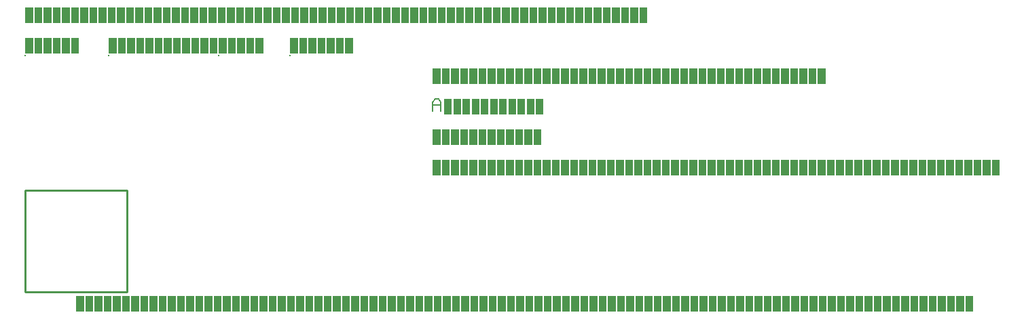
<source format=gbr>
G04 start of page 4 for group -1 layer_idx 268435461 *
G04 Title: text rotations, <virtual group> *
G04 Creator: <version>
G04 CreationDate: <date>
G04 For: TEST *
G04 Format: Gerber/RS-274X *
G04 PCB-Dimensions: 50000 50000 *
G04 PCB-Coordinate-Origin: lower left *
%MOIN*%
%FSLAX25Y25*%
%LNLOGICAL_VIRTUAL_FAB_NONE*%
%ADD16C,0.0060*%
%ADD15C,0.0100*%
%ADD14C,0.0080*%
%ADD13C,0.0001*%
G54D13*G36*
X0Y125000D02*X3750D01*
Y117500D01*
X0D01*
Y125000D01*
G37*
G36*
X4500D02*X8250D01*
Y117500D01*
X4500D01*
Y125000D01*
G37*
G36*
X9000D02*X12750D01*
Y117500D01*
X9000D01*
Y125000D01*
G37*
G36*
X13500D02*X17250D01*
Y117500D01*
X13500D01*
Y125000D01*
G37*
G36*
X18000D02*X21750D01*
Y117500D01*
X18000D01*
Y125000D01*
G37*
G36*
X22500D02*X26250D01*
Y117500D01*
X22500D01*
Y125000D01*
G37*
G54D14*X0Y116500D03*
G54D13*G36*
X41000Y125000D02*X44750D01*
Y117500D01*
X41000D01*
Y125000D01*
G37*
G36*
X45500D02*X49250D01*
Y117500D01*
X45500D01*
Y125000D01*
G37*
G36*
X50000D02*X53750D01*
Y117500D01*
X50000D01*
Y125000D01*
G37*
G36*
X54500D02*X58250D01*
Y117500D01*
X54500D01*
Y125000D01*
G37*
G36*
X59000D02*X62750D01*
Y117500D01*
X59000D01*
Y125000D01*
G37*
G36*
X63500D02*X67250D01*
Y117500D01*
X63500D01*
Y125000D01*
G37*
G36*
X68000D02*X71750D01*
Y117500D01*
X68000D01*
Y125000D01*
G37*
G36*
X72500D02*X76250D01*
Y117500D01*
X72500D01*
Y125000D01*
G37*
G36*
X77000D02*X80750D01*
Y117500D01*
X77000D01*
Y125000D01*
G37*
G36*
X81500D02*X85250D01*
Y117500D01*
X81500D01*
Y125000D01*
G37*
G36*
X86000D02*X89750D01*
Y117500D01*
X86000D01*
Y125000D01*
G37*
G36*
X90500D02*X94250D01*
Y117500D01*
X90500D01*
Y125000D01*
G37*
G54D14*X41000Y116500D03*
G54D13*G36*
X95000Y125000D02*X98750D01*
Y117500D01*
X95000D01*
Y125000D01*
G37*
G36*
X99500D02*X103250D01*
Y117500D01*
X99500D01*
Y125000D01*
G37*
G36*
X104000D02*X107750D01*
Y117500D01*
X104000D01*
Y125000D01*
G37*
G36*
X108500D02*X112250D01*
Y117500D01*
X108500D01*
Y125000D01*
G37*
G36*
X113000D02*X116750D01*
Y117500D01*
X113000D01*
Y125000D01*
G37*
G54D14*X95000Y116500D03*
G54D13*G36*
X130000Y125000D02*X133750D01*
Y117500D01*
X130000D01*
Y125000D01*
G37*
G36*
X134500D02*X138250D01*
Y117500D01*
X134500D01*
Y125000D01*
G37*
G36*
X139000D02*X142750D01*
Y117500D01*
X139000D01*
Y125000D01*
G37*
G36*
X143500D02*X147250D01*
Y117500D01*
X143500D01*
Y125000D01*
G37*
G36*
X148000D02*X151750D01*
Y117500D01*
X148000D01*
Y125000D01*
G37*
G36*
X152500D02*X156250D01*
Y117500D01*
X152500D01*
Y125000D01*
G37*
G36*
X157000D02*X160750D01*
Y117500D01*
X157000D01*
Y125000D01*
G37*
G54D14*X130000Y116500D03*
G54D13*G36*
X0Y140000D02*X3750D01*
Y132500D01*
X0D01*
Y140000D01*
G37*
G36*
X4500D02*X8250D01*
Y132500D01*
X4500D01*
Y140000D01*
G37*
G36*
X9000D02*X12750D01*
Y132500D01*
X9000D01*
Y140000D01*
G37*
G36*
X13500D02*X17250D01*
Y132500D01*
X13500D01*
Y140000D01*
G37*
G36*
X18000D02*X21750D01*
Y132500D01*
X18000D01*
Y140000D01*
G37*
G36*
X22500D02*X26250D01*
Y132500D01*
X22500D01*
Y140000D01*
G37*
G36*
X27000D02*X30750D01*
Y132500D01*
X27000D01*
Y140000D01*
G37*
G36*
X31500D02*X35250D01*
Y132500D01*
X31500D01*
Y140000D01*
G37*
G36*
X36000D02*X39750D01*
Y132500D01*
X36000D01*
Y140000D01*
G37*
G36*
X40500D02*X44250D01*
Y132500D01*
X40500D01*
Y140000D01*
G37*
G36*
X45000D02*X48750D01*
Y132500D01*
X45000D01*
Y140000D01*
G37*
G36*
X49500D02*X53250D01*
Y132500D01*
X49500D01*
Y140000D01*
G37*
G36*
X54000D02*X57750D01*
Y132500D01*
X54000D01*
Y140000D01*
G37*
G36*
X58500D02*X62250D01*
Y132500D01*
X58500D01*
Y140000D01*
G37*
G36*
X63000D02*X66750D01*
Y132500D01*
X63000D01*
Y140000D01*
G37*
G36*
X67500D02*X71250D01*
Y132500D01*
X67500D01*
Y140000D01*
G37*
G36*
X72000D02*X75750D01*
Y132500D01*
X72000D01*
Y140000D01*
G37*
G36*
X76500D02*X80250D01*
Y132500D01*
X76500D01*
Y140000D01*
G37*
G36*
X81000D02*X84750D01*
Y132500D01*
X81000D01*
Y140000D01*
G37*
G36*
X85500D02*X89250D01*
Y132500D01*
X85500D01*
Y140000D01*
G37*
G36*
X90000D02*X93750D01*
Y132500D01*
X90000D01*
Y140000D01*
G37*
G36*
X94500D02*X98250D01*
Y132500D01*
X94500D01*
Y140000D01*
G37*
G36*
X99000D02*X102750D01*
Y132500D01*
X99000D01*
Y140000D01*
G37*
G36*
X103500D02*X107250D01*
Y132500D01*
X103500D01*
Y140000D01*
G37*
G36*
X108000D02*X111750D01*
Y132500D01*
X108000D01*
Y140000D01*
G37*
G36*
X112500D02*X116250D01*
Y132500D01*
X112500D01*
Y140000D01*
G37*
G36*
X117000D02*X120750D01*
Y132500D01*
X117000D01*
Y140000D01*
G37*
G36*
X121500D02*X125250D01*
Y132500D01*
X121500D01*
Y140000D01*
G37*
G36*
X126000D02*X129750D01*
Y132500D01*
X126000D01*
Y140000D01*
G37*
G36*
X130500D02*X134250D01*
Y132500D01*
X130500D01*
Y140000D01*
G37*
G36*
X135000D02*X138750D01*
Y132500D01*
X135000D01*
Y140000D01*
G37*
G36*
X139500D02*X143250D01*
Y132500D01*
X139500D01*
Y140000D01*
G37*
G36*
X144000D02*X147750D01*
Y132500D01*
X144000D01*
Y140000D01*
G37*
G36*
X148500D02*X152250D01*
Y132500D01*
X148500D01*
Y140000D01*
G37*
G36*
X153000D02*X156750D01*
Y132500D01*
X153000D01*
Y140000D01*
G37*
G36*
X157500D02*X161250D01*
Y132500D01*
X157500D01*
Y140000D01*
G37*
G36*
X162000D02*X165750D01*
Y132500D01*
X162000D01*
Y140000D01*
G37*
G36*
X166500D02*X170250D01*
Y132500D01*
X166500D01*
Y140000D01*
G37*
G36*
X171000D02*X174750D01*
Y132500D01*
X171000D01*
Y140000D01*
G37*
G36*
X175500D02*X179250D01*
Y132500D01*
X175500D01*
Y140000D01*
G37*
G36*
X180000D02*X183750D01*
Y132500D01*
X180000D01*
Y140000D01*
G37*
G36*
X184500D02*X188250D01*
Y132500D01*
X184500D01*
Y140000D01*
G37*
G36*
X189000D02*X192750D01*
Y132500D01*
X189000D01*
Y140000D01*
G37*
G36*
X193500D02*X197250D01*
Y132500D01*
X193500D01*
Y140000D01*
G37*
G36*
X198000D02*X201750D01*
Y132500D01*
X198000D01*
Y140000D01*
G37*
G36*
X202500D02*X206250D01*
Y132500D01*
X202500D01*
Y140000D01*
G37*
G36*
X207000D02*X210750D01*
Y132500D01*
X207000D01*
Y140000D01*
G37*
G36*
X211500D02*X215250D01*
Y132500D01*
X211500D01*
Y140000D01*
G37*
G36*
X216000D02*X219750D01*
Y132500D01*
X216000D01*
Y140000D01*
G37*
G36*
X220500D02*X224250D01*
Y132500D01*
X220500D01*
Y140000D01*
G37*
G36*
X225000D02*X228750D01*
Y132500D01*
X225000D01*
Y140000D01*
G37*
G36*
X229500D02*X233250D01*
Y132500D01*
X229500D01*
Y140000D01*
G37*
G36*
X234000D02*X237750D01*
Y132500D01*
X234000D01*
Y140000D01*
G37*
G36*
X238500D02*X242250D01*
Y132500D01*
X238500D01*
Y140000D01*
G37*
G36*
X243000D02*X246750D01*
Y132500D01*
X243000D01*
Y140000D01*
G37*
G36*
X247500D02*X251250D01*
Y132500D01*
X247500D01*
Y140000D01*
G37*
G36*
X252000D02*X255750D01*
Y132500D01*
X252000D01*
Y140000D01*
G37*
G36*
X256500D02*X260250D01*
Y132500D01*
X256500D01*
Y140000D01*
G37*
G36*
X261000D02*X264750D01*
Y132500D01*
X261000D01*
Y140000D01*
G37*
G36*
X265500D02*X269250D01*
Y132500D01*
X265500D01*
Y140000D01*
G37*
G36*
X270000D02*X273750D01*
Y132500D01*
X270000D01*
Y140000D01*
G37*
G36*
X274500D02*X278250D01*
Y132500D01*
X274500D01*
Y140000D01*
G37*
G36*
X279000D02*X282750D01*
Y132500D01*
X279000D01*
Y140000D01*
G37*
G36*
X283500D02*X287250D01*
Y132500D01*
X283500D01*
Y140000D01*
G37*
G36*
X288000D02*X291750D01*
Y132500D01*
X288000D01*
Y140000D01*
G37*
G36*
X292500D02*X296250D01*
Y132500D01*
X292500D01*
Y140000D01*
G37*
G36*
X297000D02*X300750D01*
Y132500D01*
X297000D01*
Y140000D01*
G37*
G36*
X301500D02*X305250D01*
Y132500D01*
X301500D01*
Y140000D01*
G37*
G54D15*X0Y50000D02*X50000D01*
X0D02*Y0D01*
X50000Y50000D02*Y0D01*
X0D02*X50000D01*
G54D13*G36*
X200000Y65000D02*X203750D01*
Y57500D01*
X200000D01*
Y65000D01*
G37*
G36*
X204500D02*X208250D01*
Y57500D01*
X204500D01*
Y65000D01*
G37*
G36*
X209000D02*X212750D01*
Y57500D01*
X209000D01*
Y65000D01*
G37*
G36*
X213500D02*X217250D01*
Y57500D01*
X213500D01*
Y65000D01*
G37*
G36*
X218000D02*X221750D01*
Y57500D01*
X218000D01*
Y65000D01*
G37*
G36*
X222500D02*X226250D01*
Y57500D01*
X222500D01*
Y65000D01*
G37*
G36*
X227000D02*X230750D01*
Y57500D01*
X227000D01*
Y65000D01*
G37*
G36*
X231500D02*X235250D01*
Y57500D01*
X231500D01*
Y65000D01*
G37*
G36*
X236000D02*X239750D01*
Y57500D01*
X236000D01*
Y65000D01*
G37*
G36*
X240500D02*X244250D01*
Y57500D01*
X240500D01*
Y65000D01*
G37*
G36*
X245000D02*X248750D01*
Y57500D01*
X245000D01*
Y65000D01*
G37*
G36*
X249500D02*X253250D01*
Y57500D01*
X249500D01*
Y65000D01*
G37*
G36*
X254000D02*X257750D01*
Y57500D01*
X254000D01*
Y65000D01*
G37*
G36*
X258500D02*X262250D01*
Y57500D01*
X258500D01*
Y65000D01*
G37*
G36*
X263000D02*X266750D01*
Y57500D01*
X263000D01*
Y65000D01*
G37*
G36*
X267500D02*X271250D01*
Y57500D01*
X267500D01*
Y65000D01*
G37*
G36*
X272000D02*X275750D01*
Y57500D01*
X272000D01*
Y65000D01*
G37*
G36*
X276500D02*X280250D01*
Y57500D01*
X276500D01*
Y65000D01*
G37*
G36*
X281000D02*X284750D01*
Y57500D01*
X281000D01*
Y65000D01*
G37*
G36*
X285500D02*X289250D01*
Y57500D01*
X285500D01*
Y65000D01*
G37*
G36*
X290000D02*X293750D01*
Y57500D01*
X290000D01*
Y65000D01*
G37*
G36*
X294500D02*X298250D01*
Y57500D01*
X294500D01*
Y65000D01*
G37*
G36*
X299000D02*X302750D01*
Y57500D01*
X299000D01*
Y65000D01*
G37*
G36*
X303500D02*X307250D01*
Y57500D01*
X303500D01*
Y65000D01*
G37*
G36*
X308000D02*X311750D01*
Y57500D01*
X308000D01*
Y65000D01*
G37*
G36*
X312500D02*X316250D01*
Y57500D01*
X312500D01*
Y65000D01*
G37*
G36*
X317000D02*X320750D01*
Y57500D01*
X317000D01*
Y65000D01*
G37*
G36*
X321500D02*X325250D01*
Y57500D01*
X321500D01*
Y65000D01*
G37*
G36*
X326000D02*X329750D01*
Y57500D01*
X326000D01*
Y65000D01*
G37*
G36*
X330500D02*X334250D01*
Y57500D01*
X330500D01*
Y65000D01*
G37*
G36*
X335000D02*X338750D01*
Y57500D01*
X335000D01*
Y65000D01*
G37*
G36*
X339500D02*X343250D01*
Y57500D01*
X339500D01*
Y65000D01*
G37*
G36*
X344000D02*X347750D01*
Y57500D01*
X344000D01*
Y65000D01*
G37*
G36*
X348500D02*X352250D01*
Y57500D01*
X348500D01*
Y65000D01*
G37*
G36*
X353000D02*X356750D01*
Y57500D01*
X353000D01*
Y65000D01*
G37*
G36*
X357500D02*X361250D01*
Y57500D01*
X357500D01*
Y65000D01*
G37*
G36*
X362000D02*X365750D01*
Y57500D01*
X362000D01*
Y65000D01*
G37*
G36*
X366500D02*X370250D01*
Y57500D01*
X366500D01*
Y65000D01*
G37*
G36*
X371000D02*X374750D01*
Y57500D01*
X371000D01*
Y65000D01*
G37*
G36*
X375500D02*X379250D01*
Y57500D01*
X375500D01*
Y65000D01*
G37*
G36*
X380000D02*X383750D01*
Y57500D01*
X380000D01*
Y65000D01*
G37*
G36*
X384500D02*X388250D01*
Y57500D01*
X384500D01*
Y65000D01*
G37*
G36*
X389000D02*X392750D01*
Y57500D01*
X389000D01*
Y65000D01*
G37*
G36*
X393500D02*X397250D01*
Y57500D01*
X393500D01*
Y65000D01*
G37*
G36*
X398000D02*X401750D01*
Y57500D01*
X398000D01*
Y65000D01*
G37*
G36*
X402500D02*X406250D01*
Y57500D01*
X402500D01*
Y65000D01*
G37*
G36*
X407000D02*X410750D01*
Y57500D01*
X407000D01*
Y65000D01*
G37*
G36*
X411500D02*X415250D01*
Y57500D01*
X411500D01*
Y65000D01*
G37*
G36*
X416000D02*X419750D01*
Y57500D01*
X416000D01*
Y65000D01*
G37*
G36*
X420500D02*X424250D01*
Y57500D01*
X420500D01*
Y65000D01*
G37*
G36*
X425000D02*X428750D01*
Y57500D01*
X425000D01*
Y65000D01*
G37*
G36*
X429500D02*X433250D01*
Y57500D01*
X429500D01*
Y65000D01*
G37*
G36*
X434000D02*X437750D01*
Y57500D01*
X434000D01*
Y65000D01*
G37*
G36*
X438500D02*X442250D01*
Y57500D01*
X438500D01*
Y65000D01*
G37*
G36*
X443000D02*X446750D01*
Y57500D01*
X443000D01*
Y65000D01*
G37*
G36*
X447500D02*X451250D01*
Y57500D01*
X447500D01*
Y65000D01*
G37*
G36*
X452000D02*X455750D01*
Y57500D01*
X452000D01*
Y65000D01*
G37*
G36*
X456500D02*X460250D01*
Y57500D01*
X456500D01*
Y65000D01*
G37*
G36*
X461000D02*X464750D01*
Y57500D01*
X461000D01*
Y65000D01*
G37*
G36*
X465500D02*X469250D01*
Y57500D01*
X465500D01*
Y65000D01*
G37*
G36*
X470000D02*X473750D01*
Y57500D01*
X470000D01*
Y65000D01*
G37*
G36*
X474500D02*X478250D01*
Y57500D01*
X474500D01*
Y65000D01*
G37*
G36*
X25000Y-2000D02*X28750D01*
Y-9500D01*
X25000D01*
Y-2000D01*
G37*
G36*
X29500D02*X33250D01*
Y-9500D01*
X29500D01*
Y-2000D01*
G37*
G36*
X34000D02*X37750D01*
Y-9500D01*
X34000D01*
Y-2000D01*
G37*
G36*
X38500D02*X42250D01*
Y-9500D01*
X38500D01*
Y-2000D01*
G37*
G36*
X43000D02*X46750D01*
Y-9500D01*
X43000D01*
Y-2000D01*
G37*
G36*
X47500D02*X51250D01*
Y-9500D01*
X47500D01*
Y-2000D01*
G37*
G36*
X52000D02*X55750D01*
Y-9500D01*
X52000D01*
Y-2000D01*
G37*
G36*
X56500D02*X60250D01*
Y-9500D01*
X56500D01*
Y-2000D01*
G37*
G36*
X61000D02*X64750D01*
Y-9500D01*
X61000D01*
Y-2000D01*
G37*
G36*
X65500D02*X69250D01*
Y-9500D01*
X65500D01*
Y-2000D01*
G37*
G36*
X70000D02*X73750D01*
Y-9500D01*
X70000D01*
Y-2000D01*
G37*
G36*
X74500D02*X78250D01*
Y-9500D01*
X74500D01*
Y-2000D01*
G37*
G36*
X79000D02*X82750D01*
Y-9500D01*
X79000D01*
Y-2000D01*
G37*
G36*
X83500D02*X87250D01*
Y-9500D01*
X83500D01*
Y-2000D01*
G37*
G36*
X88000D02*X91750D01*
Y-9500D01*
X88000D01*
Y-2000D01*
G37*
G36*
X92500D02*X96250D01*
Y-9500D01*
X92500D01*
Y-2000D01*
G37*
G36*
X97000D02*X100750D01*
Y-9500D01*
X97000D01*
Y-2000D01*
G37*
G36*
X101500D02*X105250D01*
Y-9500D01*
X101500D01*
Y-2000D01*
G37*
G36*
X106000D02*X109750D01*
Y-9500D01*
X106000D01*
Y-2000D01*
G37*
G36*
X110500D02*X114250D01*
Y-9500D01*
X110500D01*
Y-2000D01*
G37*
G36*
X115000D02*X118750D01*
Y-9500D01*
X115000D01*
Y-2000D01*
G37*
G36*
X119500D02*X123250D01*
Y-9500D01*
X119500D01*
Y-2000D01*
G37*
G36*
X124000D02*X127750D01*
Y-9500D01*
X124000D01*
Y-2000D01*
G37*
G36*
X128500D02*X132250D01*
Y-9500D01*
X128500D01*
Y-2000D01*
G37*
G36*
X133000D02*X136750D01*
Y-9500D01*
X133000D01*
Y-2000D01*
G37*
G36*
X137500D02*X141250D01*
Y-9500D01*
X137500D01*
Y-2000D01*
G37*
G36*
X142000D02*X145750D01*
Y-9500D01*
X142000D01*
Y-2000D01*
G37*
G36*
X146500D02*X150250D01*
Y-9500D01*
X146500D01*
Y-2000D01*
G37*
G36*
X151000D02*X154750D01*
Y-9500D01*
X151000D01*
Y-2000D01*
G37*
G36*
X155500D02*X159250D01*
Y-9500D01*
X155500D01*
Y-2000D01*
G37*
G36*
X160000D02*X163750D01*
Y-9500D01*
X160000D01*
Y-2000D01*
G37*
G36*
X164500D02*X168250D01*
Y-9500D01*
X164500D01*
Y-2000D01*
G37*
G36*
X169000D02*X172750D01*
Y-9500D01*
X169000D01*
Y-2000D01*
G37*
G36*
X173500D02*X177250D01*
Y-9500D01*
X173500D01*
Y-2000D01*
G37*
G36*
X178000D02*X181750D01*
Y-9500D01*
X178000D01*
Y-2000D01*
G37*
G36*
X182500D02*X186250D01*
Y-9500D01*
X182500D01*
Y-2000D01*
G37*
G36*
X187000D02*X190750D01*
Y-9500D01*
X187000D01*
Y-2000D01*
G37*
G36*
X191500D02*X195250D01*
Y-9500D01*
X191500D01*
Y-2000D01*
G37*
G36*
X196000D02*X199750D01*
Y-9500D01*
X196000D01*
Y-2000D01*
G37*
G36*
X200500D02*X204250D01*
Y-9500D01*
X200500D01*
Y-2000D01*
G37*
G36*
X205000D02*X208750D01*
Y-9500D01*
X205000D01*
Y-2000D01*
G37*
G36*
X209500D02*X213250D01*
Y-9500D01*
X209500D01*
Y-2000D01*
G37*
G36*
X214000D02*X217750D01*
Y-9500D01*
X214000D01*
Y-2000D01*
G37*
G36*
X218500D02*X222250D01*
Y-9500D01*
X218500D01*
Y-2000D01*
G37*
G36*
X223000D02*X226750D01*
Y-9500D01*
X223000D01*
Y-2000D01*
G37*
G36*
X227500D02*X231250D01*
Y-9500D01*
X227500D01*
Y-2000D01*
G37*
G36*
X232000D02*X235750D01*
Y-9500D01*
X232000D01*
Y-2000D01*
G37*
G36*
X236500D02*X240250D01*
Y-9500D01*
X236500D01*
Y-2000D01*
G37*
G36*
X241000D02*X244750D01*
Y-9500D01*
X241000D01*
Y-2000D01*
G37*
G36*
X245500D02*X249250D01*
Y-9500D01*
X245500D01*
Y-2000D01*
G37*
G36*
X250000D02*X253750D01*
Y-9500D01*
X250000D01*
Y-2000D01*
G37*
G36*
X254500D02*X258250D01*
Y-9500D01*
X254500D01*
Y-2000D01*
G37*
G36*
X259000D02*X262750D01*
Y-9500D01*
X259000D01*
Y-2000D01*
G37*
G36*
X263500D02*X267250D01*
Y-9500D01*
X263500D01*
Y-2000D01*
G37*
G36*
X268000D02*X271750D01*
Y-9500D01*
X268000D01*
Y-2000D01*
G37*
G36*
X272500D02*X276250D01*
Y-9500D01*
X272500D01*
Y-2000D01*
G37*
G36*
X277000D02*X280750D01*
Y-9500D01*
X277000D01*
Y-2000D01*
G37*
G36*
X281500D02*X285250D01*
Y-9500D01*
X281500D01*
Y-2000D01*
G37*
G36*
X286000D02*X289750D01*
Y-9500D01*
X286000D01*
Y-2000D01*
G37*
G36*
X290500D02*X294250D01*
Y-9500D01*
X290500D01*
Y-2000D01*
G37*
G36*
X295000D02*X298750D01*
Y-9500D01*
X295000D01*
Y-2000D01*
G37*
G36*
X299500D02*X303250D01*
Y-9500D01*
X299500D01*
Y-2000D01*
G37*
G36*
X304000D02*X307750D01*
Y-9500D01*
X304000D01*
Y-2000D01*
G37*
G36*
X308500D02*X312250D01*
Y-9500D01*
X308500D01*
Y-2000D01*
G37*
G36*
X313000D02*X316750D01*
Y-9500D01*
X313000D01*
Y-2000D01*
G37*
G36*
X317500D02*X321250D01*
Y-9500D01*
X317500D01*
Y-2000D01*
G37*
G36*
X322000D02*X325750D01*
Y-9500D01*
X322000D01*
Y-2000D01*
G37*
G36*
X326500D02*X330250D01*
Y-9500D01*
X326500D01*
Y-2000D01*
G37*
G36*
X331000D02*X334750D01*
Y-9500D01*
X331000D01*
Y-2000D01*
G37*
G36*
X335500D02*X339250D01*
Y-9500D01*
X335500D01*
Y-2000D01*
G37*
G36*
X340000D02*X343750D01*
Y-9500D01*
X340000D01*
Y-2000D01*
G37*
G36*
X344500D02*X348250D01*
Y-9500D01*
X344500D01*
Y-2000D01*
G37*
G36*
X349000D02*X352750D01*
Y-9500D01*
X349000D01*
Y-2000D01*
G37*
G36*
X353500D02*X357250D01*
Y-9500D01*
X353500D01*
Y-2000D01*
G37*
G36*
X358000D02*X361750D01*
Y-9500D01*
X358000D01*
Y-2000D01*
G37*
G36*
X362500D02*X366250D01*
Y-9500D01*
X362500D01*
Y-2000D01*
G37*
G36*
X367000D02*X370750D01*
Y-9500D01*
X367000D01*
Y-2000D01*
G37*
G36*
X371500D02*X375250D01*
Y-9500D01*
X371500D01*
Y-2000D01*
G37*
G36*
X376000D02*X379750D01*
Y-9500D01*
X376000D01*
Y-2000D01*
G37*
G36*
X380500D02*X384250D01*
Y-9500D01*
X380500D01*
Y-2000D01*
G37*
G36*
X385000D02*X388750D01*
Y-9500D01*
X385000D01*
Y-2000D01*
G37*
G36*
X389500D02*X393250D01*
Y-9500D01*
X389500D01*
Y-2000D01*
G37*
G36*
X394000D02*X397750D01*
Y-9500D01*
X394000D01*
Y-2000D01*
G37*
G36*
X398500D02*X402250D01*
Y-9500D01*
X398500D01*
Y-2000D01*
G37*
G36*
X403000D02*X406751D01*
Y-9500D01*
X403000D01*
Y-2000D01*
G37*
G36*
X407501D02*X411251D01*
Y-9500D01*
X407501D01*
Y-2000D01*
G37*
G36*
X412001D02*X415751D01*
Y-9500D01*
X412001D01*
Y-2000D01*
G37*
G36*
X416501D02*X420251D01*
Y-9500D01*
X416501D01*
Y-2000D01*
G37*
G36*
X421001D02*X424751D01*
Y-9500D01*
X421001D01*
Y-2000D01*
G37*
G36*
X425501D02*X429251D01*
Y-9500D01*
X425501D01*
Y-2000D01*
G37*
G36*
X430001D02*X433751D01*
Y-9500D01*
X430001D01*
Y-2000D01*
G37*
G36*
X434501D02*X438251D01*
Y-9500D01*
X434501D01*
Y-2000D01*
G37*
G36*
X439001D02*X442751D01*
Y-9500D01*
X439001D01*
Y-2000D01*
G37*
G36*
X443501D02*X447251D01*
Y-9500D01*
X443501D01*
Y-2000D01*
G37*
G36*
X448001D02*X451751D01*
Y-9500D01*
X448001D01*
Y-2000D01*
G37*
G36*
X452501D02*X456251D01*
Y-9500D01*
X452501D01*
Y-2000D01*
G37*
G36*
X457001D02*X460751D01*
Y-9500D01*
X457001D01*
Y-2000D01*
G37*
G36*
X461501D02*X465251D01*
Y-9500D01*
X461501D01*
Y-2000D01*
G37*
G36*
X200000Y80000D02*X203750D01*
Y72500D01*
X200000D01*
Y80000D01*
G37*
G36*
X204500D02*X208250D01*
Y72500D01*
X204500D01*
Y80000D01*
G37*
G36*
X209000D02*X212750D01*
Y72500D01*
X209000D01*
Y80000D01*
G37*
G36*
X213500D02*X217250D01*
Y72500D01*
X213500D01*
Y80000D01*
G37*
G36*
X218000D02*X221750D01*
Y72500D01*
X218000D01*
Y80000D01*
G37*
G36*
X222500D02*X226250D01*
Y72500D01*
X222500D01*
Y80000D01*
G37*
G36*
X227000D02*X230750D01*
Y72500D01*
X227000D01*
Y80000D01*
G37*
G36*
X231500D02*X235250D01*
Y72500D01*
X231500D01*
Y80000D01*
G37*
G36*
X236000D02*X239750D01*
Y72500D01*
X236000D01*
Y80000D01*
G37*
G36*
X240500D02*X244250D01*
Y72500D01*
X240500D01*
Y80000D01*
G37*
G36*
X245000D02*X248750D01*
Y72500D01*
X245000D01*
Y80000D01*
G37*
G36*
X249500D02*X253250D01*
Y72500D01*
X249500D01*
Y80000D01*
G37*
G54D16*X200000Y93500D02*Y89000D01*
Y93500D02*X201050Y95000D01*
X202700D01*
X203750Y93500D01*
Y89000D01*
X200000Y92000D02*X203750D01*
G54D13*G36*
X205550Y95000D02*X209300D01*
Y87500D01*
X205550D01*
Y95000D01*
G37*
G36*
X210050D02*X213800D01*
Y87500D01*
X210050D01*
Y95000D01*
G37*
G36*
X214550D02*X218300D01*
Y87500D01*
X214550D01*
Y95000D01*
G37*
G36*
X219050D02*X222800D01*
Y87500D01*
X219050D01*
Y95000D01*
G37*
G36*
X223550D02*X227300D01*
Y87500D01*
X223550D01*
Y95000D01*
G37*
G36*
X228050D02*X231800D01*
Y87500D01*
X228050D01*
Y95000D01*
G37*
G36*
X232550D02*X236300D01*
Y87500D01*
X232550D01*
Y95000D01*
G37*
G36*
X237050D02*X240800D01*
Y87500D01*
X237050D01*
Y95000D01*
G37*
G36*
X241550D02*X245300D01*
Y87500D01*
X241550D01*
Y95000D01*
G37*
G36*
X246050D02*X249800D01*
Y87500D01*
X246050D01*
Y95000D01*
G37*
G36*
X250550D02*X254300D01*
Y87500D01*
X250550D01*
Y95000D01*
G37*
G36*
X200000Y110000D02*X203750D01*
Y102500D01*
X200000D01*
Y110000D01*
G37*
G36*
X204500D02*X208250D01*
Y102500D01*
X204500D01*
Y110000D01*
G37*
G36*
X209000D02*X212750D01*
Y102500D01*
X209000D01*
Y110000D01*
G37*
G36*
X213500D02*X217250D01*
Y102500D01*
X213500D01*
Y110000D01*
G37*
G36*
X218000D02*X221750D01*
Y102500D01*
X218000D01*
Y110000D01*
G37*
G36*
X222500D02*X226250D01*
Y102500D01*
X222500D01*
Y110000D01*
G37*
G36*
X227000D02*X230750D01*
Y102500D01*
X227000D01*
Y110000D01*
G37*
G36*
X231500D02*X235250D01*
Y102500D01*
X231500D01*
Y110000D01*
G37*
G36*
X236000D02*X239750D01*
Y102500D01*
X236000D01*
Y110000D01*
G37*
G36*
X240500D02*X244250D01*
Y102500D01*
X240500D01*
Y110000D01*
G37*
G36*
X245000D02*X248750D01*
Y102500D01*
X245000D01*
Y110000D01*
G37*
G36*
X249500D02*X253250D01*
Y102500D01*
X249500D01*
Y110000D01*
G37*
G36*
X254000D02*X257750D01*
Y102500D01*
X254000D01*
Y110000D01*
G37*
G36*
X258500D02*X262250D01*
Y102500D01*
X258500D01*
Y110000D01*
G37*
G36*
X263000D02*X266750D01*
Y102500D01*
X263000D01*
Y110000D01*
G37*
G36*
X267500D02*X271250D01*
Y102500D01*
X267500D01*
Y110000D01*
G37*
G36*
X272000D02*X275750D01*
Y102500D01*
X272000D01*
Y110000D01*
G37*
G36*
X276500D02*X280250D01*
Y102500D01*
X276500D01*
Y110000D01*
G37*
G36*
X281000D02*X284750D01*
Y102500D01*
X281000D01*
Y110000D01*
G37*
G36*
X285500D02*X289250D01*
Y102500D01*
X285500D01*
Y110000D01*
G37*
G36*
X290000D02*X293750D01*
Y102500D01*
X290000D01*
Y110000D01*
G37*
G36*
X294500D02*X298250D01*
Y102500D01*
X294500D01*
Y110000D01*
G37*
G36*
X299000D02*X302750D01*
Y102500D01*
X299000D01*
Y110000D01*
G37*
G36*
X303500D02*X307250D01*
Y102500D01*
X303500D01*
Y110000D01*
G37*
G36*
X308000D02*X311750D01*
Y102500D01*
X308000D01*
Y110000D01*
G37*
G36*
X312500D02*X316250D01*
Y102500D01*
X312500D01*
Y110000D01*
G37*
G36*
X317000D02*X320750D01*
Y102500D01*
X317000D01*
Y110000D01*
G37*
G36*
X321500D02*X325250D01*
Y102500D01*
X321500D01*
Y110000D01*
G37*
G36*
X326000D02*X329750D01*
Y102500D01*
X326000D01*
Y110000D01*
G37*
G36*
X330500D02*X334250D01*
Y102500D01*
X330500D01*
Y110000D01*
G37*
G36*
X335000D02*X338750D01*
Y102500D01*
X335000D01*
Y110000D01*
G37*
G36*
X339500D02*X343250D01*
Y102500D01*
X339500D01*
Y110000D01*
G37*
G36*
X344000D02*X347750D01*
Y102500D01*
X344000D01*
Y110000D01*
G37*
G36*
X348500D02*X352250D01*
Y102500D01*
X348500D01*
Y110000D01*
G37*
G36*
X353000D02*X356750D01*
Y102500D01*
X353000D01*
Y110000D01*
G37*
G36*
X357500D02*X361250D01*
Y102500D01*
X357500D01*
Y110000D01*
G37*
G36*
X362000D02*X365750D01*
Y102500D01*
X362000D01*
Y110000D01*
G37*
G36*
X366500D02*X370250D01*
Y102500D01*
X366500D01*
Y110000D01*
G37*
G36*
X371000D02*X374750D01*
Y102500D01*
X371000D01*
Y110000D01*
G37*
G36*
X375500D02*X379250D01*
Y102500D01*
X375500D01*
Y110000D01*
G37*
G36*
X380000D02*X383750D01*
Y102500D01*
X380000D01*
Y110000D01*
G37*
G36*
X384500D02*X388250D01*
Y102500D01*
X384500D01*
Y110000D01*
G37*
G36*
X389000D02*X392750D01*
Y102500D01*
X389000D01*
Y110000D01*
G37*
M02*

</source>
